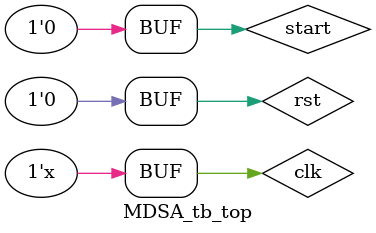
<source format=sv>
`timescale 1ns / 1ps
`include "MDSA_interface.sv"
`include "MDSA_testbench.sv"
module MDSA_tb_top;
    bit clk;
    bit start;
  bit rst;
  //int o=1;
    genvar o;
  
    always #10 clk=~clk;
  
  always #1600 begin 
    rst=1'b1;
    #20;
    rst=1'b0;
    #20;
  	start=1'b1;
    #80;
    start=1'b0;
  end
  
  MDSA_interface itf(clk,start,rst);
    
    MDSA_testbench tb(itf);
    
  MDSA_top dut(.clk(itf.clk),.rst(itf.rst),.en(itf.en),.start(itf.start),.data_in(itf.data_in),.rdy(itf.rdy),.output_enable(itf.output_enable),.data_out(itf.data_out)); 
  initial begin
    $monitor("Start activated at %0t,value=%0d",$time,start);
  end
  
  initial begin 
    $dumpfile("/root/Desktop/N-08/vcd/vcd_dump_bitonic.vcd");$dumpvars;
  end
  
endmodule

</source>
